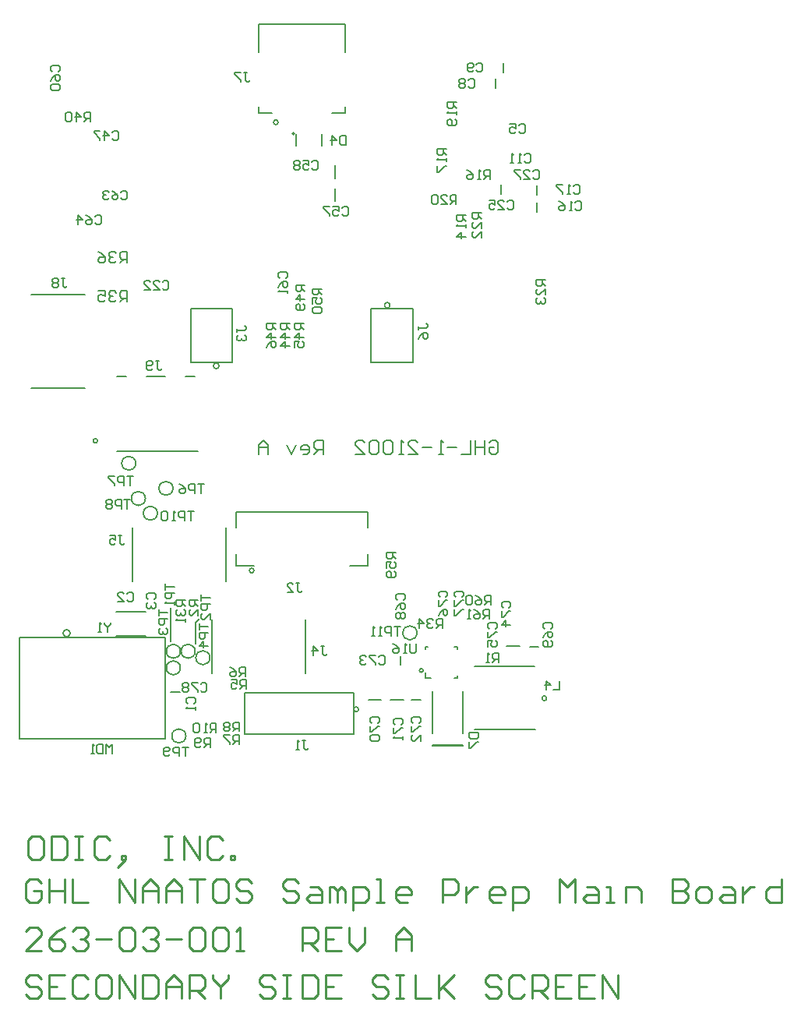
<source format=gbo>
G04*
G04 #@! TF.GenerationSoftware,Altium Limited,Altium Designer,24.9.1 (31)*
G04*
G04 Layer_Color=32896*
%FSLAX44Y44*%
%MOMM*%
G71*
G04*
G04 #@! TF.SameCoordinates,6C7A866E-41A3-4D12-9BD4-ECE58917465C*
G04*
G04*
G04 #@! TF.FilePolarity,Positive*
G04*
G01*
G75*
%ADD11C,0.2030*%
%ADD12C,0.2000*%
%ADD13C,0.1524*%
%ADD14C,0.1500*%
%ADD15C,0.1270*%
%ADD16C,0.2032*%
%ADD18C,0.2540*%
D11*
X124000Y139000D02*
X156000D01*
X124000Y165000D02*
X156000D01*
D12*
X103502Y350700D02*
G03*
X103502Y350700I-2302J0D01*
G01*
X299860Y696720D02*
G03*
X299860Y696720I-2540J0D01*
G01*
X124500Y339700D02*
X213000D01*
X199000Y420300D02*
X209500D01*
X156500D02*
X177500D01*
X124500D02*
X135000D01*
X529003Y348496D02*
X531502Y350995D01*
X536501D01*
X539000Y348496D01*
Y338499D01*
X536501Y336000D01*
X531502D01*
X529003Y338499D01*
Y343498D01*
X534002D01*
X524005Y350995D02*
Y336000D01*
Y343498D01*
X514008D01*
Y350995D01*
Y336000D01*
X509010Y350995D02*
Y336000D01*
X499013D01*
X494015Y343498D02*
X484018D01*
X479019Y336000D02*
X474021D01*
X476520D01*
Y350995D01*
X479019Y348496D01*
X466524Y343498D02*
X456527D01*
X441532Y336000D02*
X451528D01*
X441532Y345997D01*
Y348496D01*
X444031Y350995D01*
X449029D01*
X451528Y348496D01*
X436533Y336000D02*
X431535D01*
X434034D01*
Y350995D01*
X436533Y348496D01*
X424037D02*
X421538Y350995D01*
X416540D01*
X414040Y348496D01*
Y338499D01*
X416540Y336000D01*
X421538D01*
X424037Y338499D01*
Y348496D01*
X409042D02*
X406543Y350995D01*
X401544D01*
X399045Y348496D01*
Y338499D01*
X401544Y336000D01*
X406543D01*
X409042Y338499D01*
Y348496D01*
X384050Y336000D02*
X394047D01*
X384050Y345997D01*
Y348496D01*
X386549Y350995D01*
X391548D01*
X394047Y348496D01*
X349062Y336000D02*
Y350995D01*
X341564D01*
X339065Y348496D01*
Y343498D01*
X341564Y340998D01*
X349062D01*
X344063D02*
X339065Y336000D01*
X326569D02*
X331567D01*
X334066Y338499D01*
Y343498D01*
X331567Y345997D01*
X326569D01*
X324070Y343498D01*
Y340998D01*
X334066D01*
X319071Y345997D02*
X314073Y336000D01*
X309074Y345997D01*
X289081Y336000D02*
Y345997D01*
X284083Y350995D01*
X279084Y345997D01*
Y336000D01*
Y343498D01*
X289081D01*
D13*
X591720Y71000D02*
G03*
X591720Y71000I-2540J0D01*
G01*
X73870Y141690D02*
G03*
X73870Y141690I-3810J0D01*
G01*
X317760Y684100D02*
G03*
X317760Y684100I-1270J0D01*
G01*
X273680Y209710D02*
G03*
X273680Y209710I-2540J0D01*
G01*
X387238Y58972D02*
G03*
X387238Y58972I-2540J0D01*
G01*
X421401Y498020D02*
G03*
X421401Y498020I-2981J0D01*
G01*
X235561Y431980D02*
G03*
X235561Y431980I-2981J0D01*
G01*
X512980Y105290D02*
X578512D01*
X513488Y36710D02*
X579020D01*
X19133Y136864D02*
X176867D01*
X19133Y27136D02*
Y136864D01*
Y27136D02*
X176867D01*
Y136864D01*
X397505Y214790D02*
Y227846D01*
Y256598D02*
Y273210D01*
X253995D02*
X397505D01*
X253995Y214790D02*
Y227846D01*
X377847Y214790D02*
X397505D01*
X253995D02*
X273652D01*
X253995Y256598D02*
Y273210D01*
X263158Y31750D02*
X382158D01*
Y76750D01*
X263158D02*
X382158D01*
X263158Y31750D02*
Y76750D01*
X401000Y435500D02*
X446000D01*
X401000D02*
Y494500D01*
X446000D01*
Y435500D02*
Y494500D01*
X205000Y494500D02*
X250000D01*
Y435500D02*
Y494500D01*
X205000Y435500D02*
X250000D01*
X205000D02*
Y494500D01*
D14*
X457408Y101110D02*
G03*
X457408Y101110I-1998J0D01*
G01*
X210000Y153000D02*
X214000Y157000D01*
X210000Y151000D02*
Y153000D01*
Y130000D02*
Y151000D01*
X183000Y133000D02*
Y169000D01*
X459750Y127250D02*
X462750D01*
X459750Y124250D02*
Y127250D01*
X491250D02*
X494250D01*
Y124250D02*
Y127250D01*
Y92750D02*
Y95750D01*
X491250Y92750D02*
X494250D01*
X459750D02*
X466000D01*
X459750D02*
Y99000D01*
X319030Y671400D02*
Y684100D01*
X346970Y671400D02*
Y684100D01*
X208244Y273748D02*
X201580D01*
X204912D01*
Y263752D01*
X198248D02*
Y273748D01*
X193249D01*
X191583Y272082D01*
Y268750D01*
X193249Y267084D01*
X198248D01*
X188251Y263752D02*
X184919D01*
X186585D01*
Y273748D01*
X188251Y272082D01*
X179920D02*
X178254Y273748D01*
X174922D01*
X173256Y272082D01*
Y265418D01*
X174922Y263752D01*
X178254D01*
X179920Y265418D01*
Y272082D01*
X135995Y544002D02*
Y555998D01*
X129997D01*
X127997Y553999D01*
Y550000D01*
X129997Y548001D01*
X135995D01*
X131996D02*
X127997Y544002D01*
X123999Y553999D02*
X121999Y555998D01*
X118001D01*
X116001Y553999D01*
Y551999D01*
X118001Y550000D01*
X120000D01*
X118001D01*
X116001Y548001D01*
Y546001D01*
X118001Y544002D01*
X121999D01*
X123999Y546001D01*
X104005Y555998D02*
X108004Y553999D01*
X112003Y550000D01*
Y546001D01*
X110003Y544002D01*
X106004D01*
X104005Y546001D01*
Y548001D01*
X106004Y550000D01*
X112003D01*
X135995Y501502D02*
Y513498D01*
X129997D01*
X127997Y511499D01*
Y507500D01*
X129997Y505501D01*
X135995D01*
X131996D02*
X127997Y501502D01*
X123999Y511499D02*
X121999Y513498D01*
X118001D01*
X116001Y511499D01*
Y509499D01*
X118001Y507500D01*
X120000D01*
X118001D01*
X116001Y505501D01*
Y503501D01*
X118001Y501502D01*
X121999D01*
X123999Y503501D01*
X104005Y513498D02*
X112003D01*
Y507500D01*
X108004Y509499D01*
X106004D01*
X104005Y507500D01*
Y503501D01*
X106004Y501502D01*
X110003D01*
X112003Y503501D01*
X429668Y177665D02*
X428002Y179331D01*
Y182663D01*
X429668Y184329D01*
X436332D01*
X437998Y182663D01*
Y179331D01*
X436332Y177665D01*
X428002Y167668D02*
X429668Y171000D01*
X433000Y174332D01*
X436332D01*
X437998Y172666D01*
Y169334D01*
X436332Y167668D01*
X434666D01*
X433000Y169334D01*
Y174332D01*
X429668Y164335D02*
X428002Y162669D01*
Y159337D01*
X429668Y157671D01*
X431334D01*
X433000Y159337D01*
X434666Y157671D01*
X436332D01*
X437998Y159337D01*
Y162669D01*
X436332Y164335D01*
X434666D01*
X433000Y162669D01*
X431334Y164335D01*
X429668D01*
X433000Y162669D02*
Y159337D01*
X432828Y148998D02*
X426164D01*
X429496D01*
Y139002D01*
X422831D02*
Y148998D01*
X417833D01*
X416167Y147332D01*
Y144000D01*
X417833Y142334D01*
X422831D01*
X412835Y139002D02*
X409502D01*
X411169D01*
Y148998D01*
X412835Y147332D01*
X404504Y139002D02*
X401172D01*
X402838D01*
Y148998D01*
X404504Y147332D01*
X529163Y157502D02*
Y167498D01*
X524165D01*
X522498Y165832D01*
Y162500D01*
X524165Y160834D01*
X529163D01*
X525831D02*
X522498Y157502D01*
X512502Y167498D02*
X515834Y165832D01*
X519166Y162500D01*
Y159168D01*
X517500Y157502D01*
X514168D01*
X512502Y159168D01*
Y160834D01*
X514168Y162500D01*
X519166D01*
X509169Y157502D02*
X505837D01*
X507503D01*
Y167498D01*
X509169Y165832D01*
X212998Y177331D02*
X203001D01*
Y172332D01*
X204668Y170666D01*
X208000D01*
X209666Y172332D01*
Y177331D01*
Y173998D02*
X212998Y170666D01*
Y160669D02*
Y167334D01*
X206334Y160669D01*
X204668D01*
X203001Y162335D01*
Y165668D01*
X204668Y167334D01*
X117664Y152998D02*
Y151332D01*
X114332Y148000D01*
X111000Y151332D01*
Y152998D01*
X114332Y148000D02*
Y143002D01*
X107668D02*
X104335D01*
X106002D01*
Y152998D01*
X107668Y151332D01*
X449496Y129998D02*
Y121668D01*
X447830Y120002D01*
X444498D01*
X442831Y121668D01*
Y129998D01*
X439499Y120002D02*
X436167D01*
X437833D01*
Y129998D01*
X439499Y128332D01*
X424504Y129998D02*
X427836Y128332D01*
X431169Y125000D01*
Y121668D01*
X429502Y120002D01*
X426170D01*
X424504Y121668D01*
Y123334D01*
X426170Y125000D01*
X431169D01*
X202329Y17998D02*
X195665D01*
X198997D01*
Y8002D01*
X192332D02*
Y17998D01*
X187334D01*
X185668Y16332D01*
Y13000D01*
X187334Y11334D01*
X192332D01*
X182335Y9668D02*
X180669Y8002D01*
X177337D01*
X175671Y9668D01*
Y16332D01*
X177337Y17998D01*
X180669D01*
X182335Y16332D01*
Y14666D01*
X180669Y13000D01*
X175671D01*
X139329Y286998D02*
X132664D01*
X135997D01*
Y277002D01*
X129332D02*
Y286998D01*
X124334D01*
X122668Y285332D01*
Y282000D01*
X124334Y280334D01*
X129332D01*
X119335Y285332D02*
X117669Y286998D01*
X114337D01*
X112671Y285332D01*
Y283666D01*
X114337Y282000D01*
X112671Y280334D01*
Y278668D01*
X114337Y277002D01*
X117669D01*
X119335Y278668D01*
Y280334D01*
X117669Y282000D01*
X119335Y283666D01*
Y285332D01*
X117669Y282000D02*
X114337D01*
X142329Y311998D02*
X135665D01*
X138997D01*
Y302002D01*
X132332D02*
Y311998D01*
X127334D01*
X125668Y310332D01*
Y307000D01*
X127334Y305334D01*
X132332D01*
X122336Y311998D02*
X115671D01*
Y310332D01*
X122336Y303668D01*
Y302002D01*
X219329Y303998D02*
X212665D01*
X215997D01*
Y294002D01*
X209332D02*
Y303998D01*
X204334D01*
X202668Y302332D01*
Y299000D01*
X204334Y297334D01*
X209332D01*
X192671Y303998D02*
X196003Y302332D01*
X199335Y299000D01*
Y295668D01*
X197669Y294002D01*
X194337D01*
X192671Y295668D01*
Y297334D01*
X194337Y299000D01*
X199335D01*
X214002Y152329D02*
Y145665D01*
Y148997D01*
X223998D01*
Y142332D02*
X214002D01*
Y137334D01*
X215668Y135668D01*
X219000D01*
X220666Y137334D01*
Y142332D01*
X223998Y127337D02*
X214002D01*
X219000Y132336D01*
Y125671D01*
X170002Y167329D02*
Y160665D01*
Y163997D01*
X179998D01*
Y157332D02*
X170002D01*
Y152334D01*
X171668Y150668D01*
X175000D01*
X176666Y152334D01*
Y157332D01*
X171668Y147336D02*
X170002Y145669D01*
Y142337D01*
X171668Y140671D01*
X173334D01*
X175000Y142337D01*
Y144003D01*
Y142337D01*
X176666Y140671D01*
X178332D01*
X179998Y142337D01*
Y145669D01*
X178332Y147336D01*
X216002Y183329D02*
Y176665D01*
Y179997D01*
X225998D01*
Y173332D02*
X216002D01*
Y168334D01*
X217668Y166668D01*
X221000D01*
X222666Y168334D01*
Y173332D01*
X225998Y156671D02*
Y163335D01*
X219334Y156671D01*
X217668D01*
X216002Y158337D01*
Y161669D01*
X217668Y163335D01*
X177002Y195663D02*
Y188998D01*
Y192331D01*
X186998D01*
Y185666D02*
X177002D01*
Y180668D01*
X178668Y179002D01*
X182000D01*
X183666Y180668D01*
Y185666D01*
X186998Y175669D02*
Y172337D01*
Y174003D01*
X177002D01*
X178668Y175669D01*
X530829Y172502D02*
Y182498D01*
X525831D01*
X524165Y180832D01*
Y177500D01*
X525831Y175834D01*
X530829D01*
X527497D02*
X524165Y172502D01*
X514168Y182498D02*
X517500Y180832D01*
X520832Y177500D01*
Y174168D01*
X519166Y172502D01*
X515834D01*
X514168Y174168D01*
Y175834D01*
X515834Y177500D01*
X520832D01*
X510835Y180832D02*
X509169Y182498D01*
X505837D01*
X504171Y180832D01*
Y174168D01*
X505837Y172502D01*
X509169D01*
X510835Y174168D01*
Y180832D01*
X427564Y229051D02*
X417567D01*
Y224053D01*
X419234Y222387D01*
X422566D01*
X424232Y224053D01*
Y229051D01*
Y225719D02*
X427564Y222387D01*
X417567Y212390D02*
Y219054D01*
X422566D01*
X420900Y215722D01*
Y214056D01*
X422566Y212390D01*
X425898D01*
X427564Y214056D01*
Y217388D01*
X425898Y219054D01*
Y209058D02*
X427564Y207391D01*
Y204059D01*
X425898Y202393D01*
X419234D01*
X417567Y204059D01*
Y207391D01*
X419234Y209058D01*
X420900D01*
X422566Y207391D01*
Y202393D01*
X347498Y515829D02*
X337502D01*
Y510831D01*
X339168Y509165D01*
X342500D01*
X344166Y510831D01*
Y515829D01*
Y512497D02*
X347498Y509165D01*
X337502Y499168D02*
Y505832D01*
X342500D01*
X340834Y502500D01*
Y500834D01*
X342500Y499168D01*
X345832D01*
X347498Y500834D01*
Y504166D01*
X345832Y505832D01*
X339168Y495835D02*
X337502Y494169D01*
Y490837D01*
X339168Y489171D01*
X345832D01*
X347498Y490837D01*
Y494169D01*
X345832Y495835D01*
X339168D01*
X328998Y519329D02*
X319002D01*
Y514331D01*
X320668Y512664D01*
X324000D01*
X325666Y514331D01*
Y519329D01*
Y515997D02*
X328998Y512664D01*
Y504334D02*
X319002D01*
X324000Y509332D01*
Y502668D01*
X327332Y499336D02*
X328998Y497669D01*
Y494337D01*
X327332Y492671D01*
X320668D01*
X319002Y494337D01*
Y497669D01*
X320668Y499336D01*
X322334D01*
X324000Y497669D01*
Y492671D01*
X297498Y478329D02*
X287502D01*
Y473331D01*
X289168Y471665D01*
X292500D01*
X294166Y473331D01*
Y478329D01*
Y474997D02*
X297498Y471665D01*
Y463334D02*
X287502D01*
X292500Y468332D01*
Y461668D01*
X287502Y451671D02*
X289168Y455003D01*
X292500Y458335D01*
X295832D01*
X297498Y456669D01*
Y453337D01*
X295832Y451671D01*
X294166D01*
X292500Y453337D01*
Y458335D01*
X327498Y478329D02*
X317502D01*
Y473331D01*
X319168Y471665D01*
X322500D01*
X324166Y473331D01*
Y478329D01*
Y474997D02*
X327498Y471665D01*
Y463334D02*
X317502D01*
X322500Y468332D01*
Y461668D01*
X317502Y451671D02*
Y458335D01*
X322500D01*
X320834Y455003D01*
Y453337D01*
X322500Y451671D01*
X325832D01*
X327498Y453337D01*
Y456669D01*
X325832Y458335D01*
X312498Y478329D02*
X302502D01*
Y473331D01*
X304168Y471665D01*
X307500D01*
X309166Y473331D01*
Y478329D01*
Y474997D02*
X312498Y471665D01*
Y463334D02*
X302502D01*
X307500Y468332D01*
Y461668D01*
X312498Y453337D02*
X302502D01*
X307500Y458335D01*
Y451671D01*
X95829Y697502D02*
Y707498D01*
X90831D01*
X89164Y705832D01*
Y702500D01*
X90831Y700834D01*
X95829D01*
X92497D02*
X89164Y697502D01*
X80834D02*
Y707498D01*
X85832Y702500D01*
X79168D01*
X75835Y705832D02*
X74169Y707498D01*
X70837D01*
X69171Y705832D01*
Y699168D01*
X70837Y697502D01*
X74169D01*
X75835Y699168D01*
Y705832D01*
X478329Y147002D02*
Y156998D01*
X473331D01*
X471665Y155332D01*
Y152000D01*
X473331Y150334D01*
X478329D01*
X474997D02*
X471665Y147002D01*
X468332Y155332D02*
X466666Y156998D01*
X463334D01*
X461668Y155332D01*
Y153666D01*
X463334Y152000D01*
X465000D01*
X463334D01*
X461668Y150334D01*
Y148668D01*
X463334Y147002D01*
X466666D01*
X468332Y148668D01*
X453337Y147002D02*
Y156998D01*
X458335Y152000D01*
X451671D01*
X198998Y177663D02*
X189002D01*
Y172665D01*
X190668Y170998D01*
X194000D01*
X195666Y172665D01*
Y177663D01*
Y174331D02*
X198998Y170998D01*
X190668Y167666D02*
X189002Y166000D01*
Y162668D01*
X190668Y161002D01*
X192334D01*
X194000Y162668D01*
Y164334D01*
Y162668D01*
X195666Y161002D01*
X197332D01*
X198998Y162668D01*
Y166000D01*
X197332Y167666D01*
X198998Y157669D02*
Y154337D01*
Y156003D01*
X189002D01*
X190668Y157669D01*
X589998Y525829D02*
X580002D01*
Y520831D01*
X581668Y519165D01*
X585000D01*
X586666Y520831D01*
Y525829D01*
Y522497D02*
X589998Y519165D01*
Y509168D02*
Y515832D01*
X583334Y509168D01*
X581668D01*
X580002Y510834D01*
Y514166D01*
X581668Y515832D01*
Y505835D02*
X580002Y504169D01*
Y500837D01*
X581668Y499171D01*
X583334D01*
X585000Y500837D01*
Y502503D01*
Y500837D01*
X586666Y499171D01*
X588332D01*
X589998Y500837D01*
Y504169D01*
X588332Y505835D01*
X520998Y598329D02*
X511002D01*
Y593331D01*
X512668Y591665D01*
X516000D01*
X517666Y593331D01*
Y598329D01*
Y594997D02*
X520998Y591665D01*
Y581668D02*
Y588332D01*
X514334Y581668D01*
X512668D01*
X511002Y583334D01*
Y586666D01*
X512668Y588332D01*
X520998Y571671D02*
Y578335D01*
X514334Y571671D01*
X512668D01*
X511002Y573337D01*
Y576669D01*
X512668Y578335D01*
X493329Y607502D02*
Y617498D01*
X488331D01*
X486665Y615832D01*
Y612500D01*
X488331Y610834D01*
X493329D01*
X489997D02*
X486665Y607502D01*
X476668D02*
X483332D01*
X476668Y614166D01*
Y615832D01*
X478334Y617498D01*
X481666D01*
X483332Y615832D01*
X473335D02*
X471669Y617498D01*
X468337D01*
X466671Y615832D01*
Y609168D01*
X468337Y607502D01*
X471669D01*
X473335Y609168D01*
Y615832D01*
X493998Y718496D02*
X484002D01*
Y713498D01*
X485668Y711832D01*
X489000D01*
X490666Y713498D01*
Y718496D01*
Y715164D02*
X493998Y711832D01*
Y708499D02*
Y705167D01*
Y706833D01*
X484002D01*
X485668Y708499D01*
X492332Y700169D02*
X493998Y698502D01*
Y695170D01*
X492332Y693504D01*
X485668D01*
X484002Y695170D01*
Y698502D01*
X485668Y700169D01*
X487334D01*
X489000Y698502D01*
Y693504D01*
X482498Y667496D02*
X472502D01*
Y662498D01*
X474168Y660832D01*
X477500D01*
X479166Y662498D01*
Y667496D01*
Y664164D02*
X482498Y660832D01*
Y657499D02*
Y654167D01*
Y655833D01*
X472502D01*
X474168Y657499D01*
X472502Y649169D02*
Y642504D01*
X474168D01*
X480832Y649169D01*
X482498D01*
X529996Y635002D02*
Y644998D01*
X524998D01*
X523331Y643332D01*
Y640000D01*
X524998Y638334D01*
X529996D01*
X526664D02*
X523331Y635002D01*
X519999D02*
X516667D01*
X518333D01*
Y644998D01*
X519999Y643332D01*
X505004Y644998D02*
X508336Y643332D01*
X511669Y640000D01*
Y636668D01*
X510002Y635002D01*
X506670D01*
X505004Y636668D01*
Y638334D01*
X506670Y640000D01*
X511669D01*
X503998Y595496D02*
X494002D01*
Y590498D01*
X495668Y588831D01*
X499000D01*
X500666Y590498D01*
Y595496D01*
Y592164D02*
X503998Y588831D01*
Y585499D02*
Y582167D01*
Y583833D01*
X494002D01*
X495668Y585499D01*
X503998Y572170D02*
X494002D01*
X499000Y577169D01*
Y570504D01*
X232496Y34002D02*
Y43998D01*
X227498D01*
X225832Y42332D01*
Y39000D01*
X227498Y37334D01*
X232496D01*
X229164D02*
X225832Y34002D01*
X222499D02*
X219167D01*
X220833D01*
Y43998D01*
X222499Y42332D01*
X214168D02*
X212502Y43998D01*
X209170D01*
X207504Y42332D01*
Y35668D01*
X209170Y34002D01*
X212502D01*
X214168Y35668D01*
Y42332D01*
X226331Y18002D02*
Y27998D01*
X221332D01*
X219666Y26332D01*
Y23000D01*
X221332Y21334D01*
X226331D01*
X222998D02*
X219666Y18002D01*
X216334Y19668D02*
X214668Y18002D01*
X211336D01*
X209669Y19668D01*
Y26332D01*
X211336Y27998D01*
X214668D01*
X216334Y26332D01*
Y24666D01*
X214668Y23000D01*
X209669D01*
X257331Y35002D02*
Y44998D01*
X252332D01*
X250666Y43332D01*
Y40000D01*
X252332Y38334D01*
X257331D01*
X253998D02*
X250666Y35002D01*
X247334Y43332D02*
X245668Y44998D01*
X242335D01*
X240669Y43332D01*
Y41666D01*
X242335Y40000D01*
X240669Y38334D01*
Y36668D01*
X242335Y35002D01*
X245668D01*
X247334Y36668D01*
Y38334D01*
X245668Y40000D01*
X247334Y41666D01*
Y43332D01*
X245668Y40000D02*
X242335D01*
X257331Y21002D02*
Y30998D01*
X252332D01*
X250666Y29332D01*
Y26000D01*
X252332Y24334D01*
X257331D01*
X253998D02*
X250666Y21002D01*
X247334Y30998D02*
X240669D01*
Y29332D01*
X247334Y22668D01*
Y21002D01*
X264331Y95002D02*
Y104998D01*
X259332D01*
X257666Y103332D01*
Y100000D01*
X259332Y98334D01*
X264331D01*
X260998D02*
X257666Y95002D01*
X247669Y104998D02*
X251002Y103332D01*
X254334Y100000D01*
Y96668D01*
X252668Y95002D01*
X249335D01*
X247669Y96668D01*
Y98334D01*
X249335Y100000D01*
X254334D01*
X265331Y81002D02*
Y90998D01*
X260332D01*
X258666Y89332D01*
Y86000D01*
X260332Y84334D01*
X265331D01*
X261998D02*
X258666Y81002D01*
X248669Y90998D02*
X255334D01*
Y86000D01*
X252002Y87666D01*
X250336D01*
X248669Y86000D01*
Y82668D01*
X250336Y81002D01*
X253668D01*
X255334Y82668D01*
X539165Y110002D02*
Y119998D01*
X534166D01*
X532500Y118332D01*
Y115000D01*
X534166Y113334D01*
X539165D01*
X535832D02*
X532500Y110002D01*
X529168D02*
X525835D01*
X527502D01*
Y119998D01*
X529168Y118332D01*
X119663Y11002D02*
Y20998D01*
X116331Y17666D01*
X112998Y20998D01*
Y11002D01*
X109666Y20998D02*
Y11002D01*
X104668D01*
X103002Y12668D01*
Y19332D01*
X104668Y20998D01*
X109666D01*
X99669Y11002D02*
X96337D01*
X98003D01*
Y20998D01*
X99669Y19332D01*
X605831Y89998D02*
Y80002D01*
X599166D01*
X590835D02*
Y89998D01*
X595834Y85000D01*
X589169D01*
X166666Y437498D02*
X169998D01*
X168332D01*
Y429168D01*
X169998Y427502D01*
X171665D01*
X173331Y429168D01*
X163334D02*
X161668Y427502D01*
X158336D01*
X156669Y429168D01*
Y435832D01*
X158336Y437498D01*
X161668D01*
X163334Y435832D01*
Y434166D01*
X161668Y432500D01*
X156669D01*
X64166Y527498D02*
X67498D01*
X65832D01*
Y519168D01*
X67498Y517502D01*
X69165D01*
X70831Y519168D01*
X60834Y525832D02*
X59168Y527498D01*
X55835D01*
X54169Y525832D01*
Y524166D01*
X55835Y522500D01*
X54169Y520834D01*
Y519168D01*
X55835Y517502D01*
X59168D01*
X60834Y519168D01*
Y520834D01*
X59168Y522500D01*
X60834Y524166D01*
Y525832D01*
X59168Y522500D02*
X55835D01*
X262666Y750998D02*
X265998D01*
X264332D01*
Y742668D01*
X265998Y741002D01*
X267665D01*
X269331Y742668D01*
X259334Y750998D02*
X252669D01*
Y749332D01*
X259334Y742668D01*
Y741002D01*
X452502Y471666D02*
Y474998D01*
Y473332D01*
X460832D01*
X462498Y474998D01*
Y476665D01*
X460832Y478331D01*
X452502Y461669D02*
X454168Y465002D01*
X457500Y468334D01*
X460832D01*
X462498Y466668D01*
Y463335D01*
X460832Y461669D01*
X459166D01*
X457500Y463335D01*
Y468334D01*
X126666Y247498D02*
X129998D01*
X128332D01*
Y239168D01*
X129998Y237502D01*
X131664D01*
X133331Y239168D01*
X116669Y247498D02*
X123334D01*
Y242500D01*
X120002Y244166D01*
X118336D01*
X116669Y242500D01*
Y239168D01*
X118336Y237502D01*
X121668D01*
X123334Y239168D01*
X346666Y127498D02*
X349998D01*
X348332D01*
Y119168D01*
X349998Y117502D01*
X351665D01*
X353331Y119168D01*
X338335Y117502D02*
Y127498D01*
X343334Y122500D01*
X336669D01*
X255002Y469166D02*
Y472498D01*
Y470832D01*
X263332D01*
X264998Y472498D01*
Y474165D01*
X263332Y475831D01*
X256668Y465834D02*
X255002Y464168D01*
Y460835D01*
X256668Y459169D01*
X258334D01*
X260000Y460835D01*
Y462502D01*
Y460835D01*
X261666Y459169D01*
X263332D01*
X264998Y460835D01*
Y464168D01*
X263332Y465834D01*
X319666Y195998D02*
X322998D01*
X321332D01*
Y187668D01*
X322998Y186002D01*
X324664D01*
X326331Y187668D01*
X309669Y186002D02*
X316334D01*
X309669Y192666D01*
Y194332D01*
X311336Y195998D01*
X314668D01*
X316334Y194332D01*
X326000Y24998D02*
X329332D01*
X327666D01*
Y16668D01*
X329332Y15002D01*
X330998D01*
X332664Y16668D01*
X322668Y15002D02*
X319335D01*
X321002D01*
Y24998D01*
X322668Y23332D01*
X507502Y33331D02*
X517498D01*
Y28332D01*
X515832Y26666D01*
X509168D01*
X507502Y28332D01*
Y33331D01*
Y23334D02*
Y16669D01*
X509168D01*
X515832Y23334D01*
X517498D01*
X373331Y682498D02*
Y672502D01*
X368332D01*
X366666Y674168D01*
Y680832D01*
X368332Y682498D01*
X373331D01*
X358335Y672502D02*
Y682498D01*
X363334Y677500D01*
X356669D01*
X215665Y86332D02*
X217331Y87998D01*
X220663D01*
X222329Y86332D01*
Y79668D01*
X220663Y78002D01*
X217331D01*
X215665Y79668D01*
X212332Y87998D02*
X205668D01*
Y86332D01*
X212332Y79668D01*
Y78002D01*
X202335Y86332D02*
X200669Y87998D01*
X197337D01*
X195671Y86332D01*
Y84666D01*
X197337Y83000D01*
X195671Y81334D01*
Y79668D01*
X197337Y78002D01*
X200669D01*
X202335Y79668D01*
Y81334D01*
X200669Y83000D01*
X202335Y84666D01*
Y86332D01*
X200669Y83000D02*
X197337D01*
X492668Y180665D02*
X491002Y182331D01*
Y185663D01*
X492668Y187329D01*
X499332D01*
X500998Y185663D01*
Y182331D01*
X499332Y180665D01*
X491002Y177332D02*
Y170668D01*
X492668D01*
X499332Y177332D01*
X500998D01*
X491002Y167335D02*
Y160671D01*
X492668D01*
X499332Y167335D01*
X500998D01*
X475668Y180665D02*
X474002Y182331D01*
Y185663D01*
X475668Y187329D01*
X482332D01*
X483998Y185663D01*
Y182331D01*
X482332Y180665D01*
X474002Y177332D02*
Y170668D01*
X475668D01*
X482332Y177332D01*
X483998D01*
X474002Y160671D02*
X475668Y164003D01*
X479000Y167335D01*
X482332D01*
X483998Y165669D01*
Y162337D01*
X482332Y160671D01*
X480666D01*
X479000Y162337D01*
Y167335D01*
X529168Y146664D02*
X527502Y148331D01*
Y151663D01*
X529168Y153329D01*
X535832D01*
X537498Y151663D01*
Y148331D01*
X535832Y146664D01*
X527502Y143332D02*
Y136668D01*
X529168D01*
X535832Y143332D01*
X537498D01*
X527502Y126671D02*
Y133336D01*
X532500D01*
X530834Y130003D01*
Y128337D01*
X532500Y126671D01*
X535832D01*
X537498Y128337D01*
Y131669D01*
X535832Y133336D01*
X544168Y169165D02*
X542502Y170831D01*
Y174163D01*
X544168Y175829D01*
X550832D01*
X552498Y174163D01*
Y170831D01*
X550832Y169165D01*
X542502Y165832D02*
Y159168D01*
X544168D01*
X550832Y165832D01*
X552498D01*
Y150837D02*
X542502D01*
X547500Y155836D01*
Y149171D01*
X409165Y115832D02*
X410831Y117498D01*
X414163D01*
X415829Y115832D01*
Y109168D01*
X414163Y107502D01*
X410831D01*
X409165Y109168D01*
X405832Y117498D02*
X399168D01*
Y115832D01*
X405832Y109168D01*
Y107502D01*
X395835Y115832D02*
X394169Y117498D01*
X390837D01*
X389171Y115832D01*
Y114166D01*
X390837Y112500D01*
X392503D01*
X390837D01*
X389171Y110834D01*
Y109168D01*
X390837Y107502D01*
X394169D01*
X395835Y109168D01*
X446668Y44165D02*
X445002Y45831D01*
Y49163D01*
X446668Y50829D01*
X453332D01*
X454998Y49163D01*
Y45831D01*
X453332Y44165D01*
X445002Y40832D02*
Y34168D01*
X446668D01*
X453332Y40832D01*
X454998D01*
Y24171D02*
Y30835D01*
X448334Y24171D01*
X446668D01*
X445002Y25837D01*
Y29169D01*
X446668Y30835D01*
X426668Y42498D02*
X425002Y44165D01*
Y47497D01*
X426668Y49163D01*
X433332D01*
X434998Y47497D01*
Y44165D01*
X433332Y42498D01*
X425002Y39166D02*
Y32502D01*
X426668D01*
X433332Y39166D01*
X434998D01*
Y29169D02*
Y25837D01*
Y27503D01*
X425002D01*
X426668Y29169D01*
X401668Y44165D02*
X400002Y45831D01*
Y49163D01*
X401668Y50829D01*
X408332D01*
X409998Y49163D01*
Y45831D01*
X408332Y44165D01*
X400002Y40832D02*
Y34168D01*
X401668D01*
X408332Y40832D01*
X409998D01*
X401668Y30835D02*
X400002Y29169D01*
Y25837D01*
X401668Y24171D01*
X408332D01*
X409998Y25837D01*
Y29169D01*
X408332Y30835D01*
X401668D01*
X589168Y146664D02*
X587502Y148331D01*
Y151663D01*
X589168Y153329D01*
X595832D01*
X597498Y151663D01*
Y148331D01*
X595832Y146664D01*
X587502Y136668D02*
X589168Y140000D01*
X592500Y143332D01*
X595832D01*
X597498Y141666D01*
Y138334D01*
X595832Y136668D01*
X594166D01*
X592500Y138334D01*
Y143332D01*
X595832Y133335D02*
X597498Y131669D01*
Y128337D01*
X595832Y126671D01*
X589168D01*
X587502Y128337D01*
Y131669D01*
X589168Y133335D01*
X590834D01*
X592500Y131669D01*
Y126671D01*
X100665Y594332D02*
X102331Y595998D01*
X105663D01*
X107329Y594332D01*
Y587668D01*
X105663Y586002D01*
X102331D01*
X100665Y587668D01*
X90668Y595998D02*
X94000Y594332D01*
X97332Y591000D01*
Y587668D01*
X95666Y586002D01*
X92334D01*
X90668Y587668D01*
Y589334D01*
X92334Y591000D01*
X97332D01*
X82337Y586002D02*
Y595998D01*
X87336Y591000D01*
X80671D01*
X129164Y620832D02*
X130831Y622498D01*
X134163D01*
X135829Y620832D01*
Y614168D01*
X134163Y612502D01*
X130831D01*
X129164Y614168D01*
X119168Y622498D02*
X122500Y620832D01*
X125832Y617500D01*
Y614168D01*
X124166Y612502D01*
X120834D01*
X119168Y614168D01*
Y615834D01*
X120834Y617500D01*
X125832D01*
X115836Y620832D02*
X114169Y622498D01*
X110837D01*
X109171Y620832D01*
Y619166D01*
X110837Y617500D01*
X112503D01*
X110837D01*
X109171Y615834D01*
Y614168D01*
X110837Y612502D01*
X114169D01*
X115836Y614168D01*
X301668Y527498D02*
X300002Y529165D01*
Y532497D01*
X301668Y534163D01*
X308332D01*
X309998Y532497D01*
Y529165D01*
X308332Y527498D01*
X300002Y517502D02*
X301668Y520834D01*
X305000Y524166D01*
X308332D01*
X309998Y522500D01*
Y519168D01*
X308332Y517502D01*
X306666D01*
X305000Y519168D01*
Y524166D01*
X309998Y514169D02*
Y510837D01*
Y512503D01*
X300002D01*
X301668Y514169D01*
X54168Y751665D02*
X52502Y753331D01*
Y756663D01*
X54168Y758329D01*
X60832D01*
X62498Y756663D01*
Y753331D01*
X60832Y751665D01*
X52502Y741668D02*
X54168Y745000D01*
X57500Y748332D01*
X60832D01*
X62498Y746666D01*
Y743334D01*
X60832Y741668D01*
X59166D01*
X57500Y743334D01*
Y748332D01*
X54168Y738335D02*
X52502Y736669D01*
Y733337D01*
X54168Y731671D01*
X60832D01*
X62498Y733337D01*
Y736669D01*
X60832Y738335D01*
X54168D01*
X336665Y653332D02*
X338331Y654998D01*
X341663D01*
X343329Y653332D01*
Y646668D01*
X341663Y645002D01*
X338331D01*
X336665Y646668D01*
X326668Y654998D02*
X333332D01*
Y650000D01*
X330000Y651666D01*
X328334D01*
X326668Y650000D01*
Y646668D01*
X328334Y645002D01*
X331666D01*
X333332Y646668D01*
X323335Y653332D02*
X321669Y654998D01*
X318337D01*
X316671Y653332D01*
Y651666D01*
X318337Y650000D01*
X316671Y648334D01*
Y646668D01*
X318337Y645002D01*
X321669D01*
X323335Y646668D01*
Y648334D01*
X321669Y650000D01*
X323335Y651666D01*
Y653332D01*
X321669Y650000D02*
X318337D01*
X369165Y603332D02*
X370831Y604998D01*
X374163D01*
X375829Y603332D01*
Y596668D01*
X374163Y595002D01*
X370831D01*
X369165Y596668D01*
X359168Y604998D02*
X365832D01*
Y600000D01*
X362500Y601666D01*
X360834D01*
X359168Y600000D01*
Y596668D01*
X360834Y595002D01*
X364166D01*
X365832Y596668D01*
X355835Y604998D02*
X349171D01*
Y603332D01*
X355835Y596668D01*
Y595002D01*
X119664Y685332D02*
X121331Y686998D01*
X124663D01*
X126329Y685332D01*
Y678668D01*
X124663Y677002D01*
X121331D01*
X119664Y678668D01*
X111334Y677002D02*
Y686998D01*
X116332Y682000D01*
X109668D01*
X106335Y686998D02*
X99671D01*
Y685332D01*
X106335Y678668D01*
Y677002D01*
X576665Y643332D02*
X578331Y644998D01*
X581663D01*
X583329Y643332D01*
Y636668D01*
X581663Y635002D01*
X578331D01*
X576665Y636668D01*
X566668Y635002D02*
X573332D01*
X566668Y641666D01*
Y643332D01*
X568334Y644998D01*
X571666D01*
X573332Y643332D01*
X563335Y644998D02*
X556671D01*
Y643332D01*
X563335Y636668D01*
Y635002D01*
X548977Y610020D02*
X550643Y611686D01*
X553975D01*
X555642Y610020D01*
Y603355D01*
X553975Y601689D01*
X550643D01*
X548977Y603355D01*
X538980Y601689D02*
X545645D01*
X538980Y608354D01*
Y610020D01*
X540646Y611686D01*
X543979D01*
X545645Y610020D01*
X528983Y611686D02*
X535648D01*
Y606688D01*
X532316Y608354D01*
X530650D01*
X528983Y606688D01*
Y603355D01*
X530650Y601689D01*
X533982D01*
X535648Y603355D01*
X174165Y523332D02*
X175831Y524998D01*
X179163D01*
X180829Y523332D01*
Y516668D01*
X179163Y515002D01*
X175831D01*
X174165Y516668D01*
X164168Y515002D02*
X170832D01*
X164168Y521666D01*
Y523332D01*
X165834Y524998D01*
X169166D01*
X170832Y523332D01*
X154171Y515002D02*
X160835D01*
X154171Y521666D01*
Y523332D01*
X155837Y524998D01*
X159169D01*
X160835Y523332D01*
X620831Y627332D02*
X622498Y628998D01*
X625830D01*
X627496Y627332D01*
Y620668D01*
X625830Y619002D01*
X622498D01*
X620831Y620668D01*
X617499Y619002D02*
X614167D01*
X615833D01*
Y628998D01*
X617499Y627332D01*
X609169Y628998D02*
X602504D01*
Y627332D01*
X609169Y620668D01*
Y619002D01*
X622831Y609332D02*
X624498Y610998D01*
X627830D01*
X629496Y609332D01*
Y602668D01*
X627830Y601002D01*
X624498D01*
X622831Y602668D01*
X619499Y601002D02*
X616167D01*
X617833D01*
Y610998D01*
X619499Y609332D01*
X604504Y610998D02*
X607836Y609332D01*
X611169Y606000D01*
Y602668D01*
X609502Y601002D01*
X606170D01*
X604504Y602668D01*
Y604334D01*
X606170Y606000D01*
X611169D01*
X567165Y661332D02*
X568831Y662998D01*
X572164D01*
X573830Y661332D01*
Y654668D01*
X572164Y653002D01*
X568831D01*
X567165Y654668D01*
X563833Y653002D02*
X560501D01*
X562167D01*
Y662998D01*
X563833Y661332D01*
X555502Y653002D02*
X552170D01*
X553836D01*
Y662998D01*
X555502Y661332D01*
X515354Y759645D02*
X517020Y761311D01*
X520352D01*
X522018Y759645D01*
Y752980D01*
X520352Y751314D01*
X517020D01*
X515354Y752980D01*
X512021D02*
X510355Y751314D01*
X507023D01*
X505357Y752980D01*
Y759645D01*
X507023Y761311D01*
X510355D01*
X512021Y759645D01*
Y757979D01*
X510355Y756312D01*
X505357D01*
X506666Y742332D02*
X508332Y743998D01*
X511665D01*
X513331Y742332D01*
Y735668D01*
X511665Y734002D01*
X508332D01*
X506666Y735668D01*
X503334Y742332D02*
X501668Y743998D01*
X498335D01*
X496669Y742332D01*
Y740666D01*
X498335Y739000D01*
X496669Y737334D01*
Y735668D01*
X498335Y734002D01*
X501668D01*
X503334Y735668D01*
Y737334D01*
X501668Y739000D01*
X503334Y740666D01*
Y742332D01*
X501668Y739000D02*
X498335D01*
X561666Y693332D02*
X563332Y694998D01*
X566665D01*
X568331Y693332D01*
Y686668D01*
X566665Y685002D01*
X563332D01*
X561666Y686668D01*
X551669Y694998D02*
X558334D01*
Y690000D01*
X555002Y691666D01*
X553335D01*
X551669Y690000D01*
Y686668D01*
X553335Y685002D01*
X556668D01*
X558334Y686668D01*
X158668Y178666D02*
X157002Y180332D01*
Y183664D01*
X158668Y185331D01*
X165332D01*
X166998Y183664D01*
Y180332D01*
X165332Y178666D01*
X158668Y175334D02*
X157002Y173668D01*
Y170336D01*
X158668Y168669D01*
X160334D01*
X162000Y170336D01*
Y172002D01*
Y170336D01*
X163666Y168669D01*
X165332D01*
X166998Y170336D01*
Y173668D01*
X165332Y175334D01*
X135666Y184332D02*
X137332Y185998D01*
X140665D01*
X142331Y184332D01*
Y177668D01*
X140665Y176002D01*
X137332D01*
X135666Y177668D01*
X125669Y176002D02*
X132334D01*
X125669Y182666D01*
Y184332D01*
X127336Y185998D01*
X130668D01*
X132334Y184332D01*
X201668Y65000D02*
X200002Y66666D01*
Y69998D01*
X201668Y71665D01*
X208332D01*
X209998Y69998D01*
Y66666D01*
X208332Y65000D01*
X209998Y61668D02*
Y58335D01*
Y60002D01*
X200002D01*
X201668Y61668D01*
D15*
X362000Y611000D02*
Y625000D01*
Y636000D02*
Y650000D01*
X183000Y78000D02*
X193000D01*
X422000Y69000D02*
X436000D01*
X545000Y751000D02*
Y761000D01*
X433000Y107000D02*
Y117000D01*
X548000Y128000D02*
X562000D01*
X573000Y127000D02*
X583000D01*
X398000Y69000D02*
X412000D01*
X445000Y69000D02*
X455000D01*
X372650Y706500D02*
Y713800D01*
X357900Y706500D02*
X372650D01*
X278750Y773200D02*
Y803000D01*
Y706500D02*
X293500D01*
X372650Y773200D02*
Y803000D01*
X278750D02*
X372650D01*
X278750Y706500D02*
Y713800D01*
X536313Y733688D02*
Y743688D01*
X542313Y618688D02*
Y628688D01*
X581312Y599688D02*
Y609688D01*
X581312Y617688D02*
Y627688D01*
D16*
X168620Y272000D02*
G03*
X168620Y272000I-7620J0D01*
G01*
X450620Y142000D02*
G03*
X450620Y142000I-7620J0D01*
G01*
X199620Y30000D02*
G03*
X199620Y30000I-7620J0D01*
G01*
X185620Y299000D02*
G03*
X185620Y299000I-7620J0D01*
G01*
X145120Y326250D02*
G03*
X145120Y326250I-7620J0D01*
G01*
X155620Y288000D02*
G03*
X155620Y288000I-7620J0D01*
G01*
X225620Y115000D02*
G03*
X225620Y115000I-7620J0D01*
G01*
X209620Y122000D02*
G03*
X209620Y122000I-7620J0D01*
G01*
X193620D02*
G03*
X193620Y122000I-7620J0D01*
G01*
Y104000D02*
G03*
X193620Y104000I-7620J0D01*
G01*
X141200Y197790D02*
Y256210D01*
X242800Y197790D02*
Y256210D01*
X329500Y98140D02*
Y156560D01*
X227900Y98140D02*
Y156560D01*
X500510Y33140D02*
Y78860D01*
X467490Y20440D02*
X500510D01*
Y19170D02*
Y20440D01*
X467490Y19170D02*
X500510D01*
X467490Y33140D02*
Y78860D01*
X31790Y509800D02*
X90210D01*
X31790Y408200D02*
X90210D01*
D18*
X42752Y-234021D02*
X38520Y-229788D01*
X30056D01*
X25824Y-234021D01*
Y-238253D01*
X30056Y-242484D01*
X38520D01*
X42752Y-246716D01*
Y-250948D01*
X38520Y-255180D01*
X30056D01*
X25824Y-250948D01*
X68144Y-229788D02*
X51216D01*
Y-255180D01*
X68144D01*
X51216Y-242484D02*
X59680D01*
X93536Y-234021D02*
X89304Y-229788D01*
X80840D01*
X76608Y-234021D01*
Y-250948D01*
X80840Y-255180D01*
X89304D01*
X93536Y-250948D01*
X114696Y-229788D02*
X106232D01*
X102000Y-234021D01*
Y-250948D01*
X106232Y-255180D01*
X114696D01*
X118927Y-250948D01*
Y-234021D01*
X114696Y-229788D01*
X127391Y-255180D02*
Y-229788D01*
X144319Y-255180D01*
Y-229788D01*
X152783D02*
Y-255180D01*
X165479D01*
X169711Y-250948D01*
Y-234021D01*
X165479Y-229788D01*
X152783D01*
X178175Y-255180D02*
Y-238253D01*
X186639Y-229788D01*
X195103Y-238253D01*
Y-255180D01*
Y-242484D01*
X178175D01*
X203567Y-255180D02*
Y-229788D01*
X216263D01*
X220495Y-234021D01*
Y-242484D01*
X216263Y-246716D01*
X203567D01*
X212031D02*
X220495Y-255180D01*
X228959Y-229788D02*
Y-234021D01*
X237423Y-242484D01*
X245886Y-234021D01*
Y-229788D01*
X237423Y-242484D02*
Y-255180D01*
X296670Y-234021D02*
X292438Y-229788D01*
X283974D01*
X279742Y-234021D01*
Y-238253D01*
X283974Y-242484D01*
X292438D01*
X296670Y-246716D01*
Y-250948D01*
X292438Y-255180D01*
X283974D01*
X279742Y-250948D01*
X305134Y-229788D02*
X313598D01*
X309366D01*
Y-255180D01*
X305134D01*
X313598D01*
X326294Y-229788D02*
Y-255180D01*
X338990D01*
X343222Y-250948D01*
Y-234021D01*
X338990Y-229788D01*
X326294D01*
X368613D02*
X351686D01*
Y-255180D01*
X368613D01*
X351686Y-242484D02*
X360149D01*
X419397Y-234021D02*
X415165Y-229788D01*
X406701D01*
X402469Y-234021D01*
Y-238253D01*
X406701Y-242484D01*
X415165D01*
X419397Y-246716D01*
Y-250948D01*
X415165Y-255180D01*
X406701D01*
X402469Y-250948D01*
X427861Y-229788D02*
X436325D01*
X432093D01*
Y-255180D01*
X427861D01*
X436325D01*
X449021Y-229788D02*
Y-255180D01*
X465949D01*
X474413Y-229788D02*
Y-255180D01*
Y-246716D01*
X491340Y-229788D01*
X478645Y-242484D01*
X491340Y-255180D01*
X542124Y-234021D02*
X537892Y-229788D01*
X529428D01*
X525196Y-234021D01*
Y-238253D01*
X529428Y-242484D01*
X537892D01*
X542124Y-246716D01*
Y-250948D01*
X537892Y-255180D01*
X529428D01*
X525196Y-250948D01*
X567516Y-234021D02*
X563284Y-229788D01*
X554820D01*
X550588Y-234021D01*
Y-250948D01*
X554820Y-255180D01*
X563284D01*
X567516Y-250948D01*
X575980Y-255180D02*
Y-229788D01*
X588676D01*
X592908Y-234021D01*
Y-242484D01*
X588676Y-246716D01*
X575980D01*
X584444D02*
X592908Y-255180D01*
X618299Y-229788D02*
X601372D01*
Y-255180D01*
X618299D01*
X601372Y-242484D02*
X609836D01*
X643691Y-229788D02*
X626763D01*
Y-255180D01*
X643691D01*
X626763Y-242484D02*
X635227D01*
X652155Y-255180D02*
Y-229788D01*
X669083Y-255180D01*
Y-229788D01*
X40860Y-78511D02*
X32396D01*
X28164Y-82743D01*
Y-99670D01*
X32396Y-103902D01*
X40860D01*
X45092Y-99670D01*
Y-82743D01*
X40860Y-78511D01*
X53556D02*
Y-103902D01*
X66252D01*
X70484Y-99670D01*
Y-82743D01*
X66252Y-78511D01*
X53556D01*
X78948D02*
X87412D01*
X83180D01*
Y-103902D01*
X78948D01*
X87412D01*
X117036Y-82743D02*
X112803Y-78511D01*
X104340D01*
X100108Y-82743D01*
Y-99670D01*
X104340Y-103902D01*
X112803D01*
X117036Y-99670D01*
X129731Y-108134D02*
X133963Y-103902D01*
Y-99670D01*
X129731D01*
Y-103902D01*
X133963D01*
X129731Y-108134D01*
X125499Y-112366D01*
X176283Y-78511D02*
X184747D01*
X180515D01*
Y-103902D01*
X176283D01*
X184747D01*
X197443D02*
Y-78511D01*
X214371Y-103902D01*
Y-78511D01*
X239762Y-82743D02*
X235530Y-78511D01*
X227067D01*
X222835Y-82743D01*
Y-99670D01*
X227067Y-103902D01*
X235530D01*
X239762Y-99670D01*
X248226Y-103902D02*
Y-99670D01*
X252458D01*
Y-103902D01*
X248226D01*
X42345Y-129868D02*
X38114Y-125636D01*
X29650D01*
X25418Y-129868D01*
Y-146796D01*
X29650Y-151028D01*
X38114D01*
X42345Y-146796D01*
Y-138332D01*
X33882D01*
X50809Y-125636D02*
Y-151028D01*
Y-138332D01*
X67737D01*
Y-125636D01*
Y-151028D01*
X76201Y-125636D02*
Y-151028D01*
X93129D01*
X126985D02*
Y-125636D01*
X143913Y-151028D01*
Y-125636D01*
X152377Y-151028D02*
Y-134100D01*
X160841Y-125636D01*
X169305Y-134100D01*
Y-151028D01*
Y-138332D01*
X152377D01*
X177768Y-151028D02*
Y-134100D01*
X186232Y-125636D01*
X194696Y-134100D01*
Y-151028D01*
Y-138332D01*
X177768D01*
X203160Y-125636D02*
X220088D01*
X211624D01*
Y-151028D01*
X241248Y-125636D02*
X232784D01*
X228552Y-129868D01*
Y-146796D01*
X232784Y-151028D01*
X241248D01*
X245480Y-146796D01*
Y-129868D01*
X241248Y-125636D01*
X270872Y-129868D02*
X266640Y-125636D01*
X258176D01*
X253944Y-129868D01*
Y-134100D01*
X258176Y-138332D01*
X266640D01*
X270872Y-142564D01*
Y-146796D01*
X266640Y-151028D01*
X258176D01*
X253944Y-146796D01*
X321655Y-129868D02*
X317423Y-125636D01*
X308959D01*
X304727Y-129868D01*
Y-134100D01*
X308959Y-138332D01*
X317423D01*
X321655Y-142564D01*
Y-146796D01*
X317423Y-151028D01*
X308959D01*
X304727Y-146796D01*
X334351Y-134100D02*
X342815D01*
X347047Y-138332D01*
Y-151028D01*
X334351D01*
X330119Y-146796D01*
X334351Y-142564D01*
X347047D01*
X355511Y-151028D02*
Y-134100D01*
X359743D01*
X363975Y-138332D01*
Y-151028D01*
Y-138332D01*
X368207Y-134100D01*
X372439Y-138332D01*
Y-151028D01*
X380903Y-159492D02*
Y-134100D01*
X393599D01*
X397831Y-138332D01*
Y-146796D01*
X393599Y-151028D01*
X380903D01*
X406295D02*
X414759D01*
X410527D01*
Y-125636D01*
X406295D01*
X440150Y-151028D02*
X431686D01*
X427454Y-146796D01*
Y-138332D01*
X431686Y-134100D01*
X440150D01*
X444382Y-138332D01*
Y-142564D01*
X427454D01*
X478238Y-151028D02*
Y-125636D01*
X490934D01*
X495166Y-129868D01*
Y-138332D01*
X490934Y-142564D01*
X478238D01*
X503630Y-134100D02*
Y-151028D01*
Y-142564D01*
X507862Y-138332D01*
X512094Y-134100D01*
X516326D01*
X541717Y-151028D02*
X533254D01*
X529022Y-146796D01*
Y-138332D01*
X533254Y-134100D01*
X541717D01*
X545950Y-138332D01*
Y-142564D01*
X529022D01*
X554413Y-159492D02*
Y-134100D01*
X567109D01*
X571341Y-138332D01*
Y-146796D01*
X567109Y-151028D01*
X554413D01*
X605197D02*
Y-125636D01*
X613661Y-134100D01*
X622125Y-125636D01*
Y-151028D01*
X634821Y-134100D02*
X643285D01*
X647517Y-138332D01*
Y-151028D01*
X634821D01*
X630589Y-146796D01*
X634821Y-142564D01*
X647517D01*
X655981Y-151028D02*
X664445D01*
X660213D01*
Y-134100D01*
X655981D01*
X677140Y-151028D02*
Y-134100D01*
X689836D01*
X694068Y-138332D01*
Y-151028D01*
X727924Y-125636D02*
Y-151028D01*
X740620D01*
X744852Y-146796D01*
Y-142564D01*
X740620Y-138332D01*
X727924D01*
X740620D01*
X744852Y-134100D01*
Y-129868D01*
X740620Y-125636D01*
X727924D01*
X757548Y-151028D02*
X766012D01*
X770244Y-146796D01*
Y-138332D01*
X766012Y-134100D01*
X757548D01*
X753316Y-138332D01*
Y-146796D01*
X757548Y-151028D01*
X782940Y-134100D02*
X791404D01*
X795636Y-138332D01*
Y-151028D01*
X782940D01*
X778708Y-146796D01*
X782940Y-142564D01*
X795636D01*
X804099Y-134100D02*
Y-151028D01*
Y-142564D01*
X808331Y-138332D01*
X812563Y-134100D01*
X816795D01*
X846419Y-125636D02*
Y-151028D01*
X833723D01*
X829491Y-146796D01*
Y-138332D01*
X833723Y-134100D01*
X846419D01*
X42732Y-203110D02*
X25804D01*
X42732Y-186182D01*
Y-181950D01*
X38500Y-177719D01*
X30036D01*
X25804Y-181950D01*
X68124Y-177719D02*
X59660Y-181950D01*
X51196Y-190415D01*
Y-198878D01*
X55428Y-203110D01*
X63892D01*
X68124Y-198878D01*
Y-194646D01*
X63892Y-190415D01*
X51196D01*
X76588Y-181950D02*
X80820Y-177719D01*
X89284D01*
X93516Y-181950D01*
Y-186182D01*
X89284Y-190415D01*
X85052D01*
X89284D01*
X93516Y-194646D01*
Y-198878D01*
X89284Y-203110D01*
X80820D01*
X76588Y-198878D01*
X101980Y-190415D02*
X118907D01*
X127371Y-181950D02*
X131603Y-177719D01*
X140067D01*
X144299Y-181950D01*
Y-198878D01*
X140067Y-203110D01*
X131603D01*
X127371Y-198878D01*
Y-181950D01*
X152763D02*
X156995Y-177719D01*
X165459D01*
X169691Y-181950D01*
Y-186182D01*
X165459Y-190415D01*
X161227D01*
X165459D01*
X169691Y-194646D01*
Y-198878D01*
X165459Y-203110D01*
X156995D01*
X152763Y-198878D01*
X178155Y-190415D02*
X195083D01*
X203547Y-181950D02*
X207779Y-177719D01*
X216243D01*
X220475Y-181950D01*
Y-198878D01*
X216243Y-203110D01*
X207779D01*
X203547Y-198878D01*
Y-181950D01*
X228939D02*
X233171Y-177719D01*
X241634D01*
X245866Y-181950D01*
Y-198878D01*
X241634Y-203110D01*
X233171D01*
X228939Y-198878D01*
Y-181950D01*
X254330Y-203110D02*
X262794D01*
X258562D01*
Y-177719D01*
X254330Y-181950D01*
X326274Y-203110D02*
Y-177719D01*
X338970D01*
X343202Y-181950D01*
Y-190415D01*
X338970Y-194646D01*
X326274D01*
X334738D02*
X343202Y-203110D01*
X368593Y-177719D02*
X351666D01*
Y-203110D01*
X368593D01*
X351666Y-190415D02*
X360130D01*
X377057Y-177719D02*
Y-194646D01*
X385521Y-203110D01*
X393985Y-194646D01*
Y-177719D01*
X427841Y-203110D02*
Y-186182D01*
X436305Y-177719D01*
X444769Y-186182D01*
Y-203110D01*
Y-190415D01*
X427841D01*
M02*

</source>
